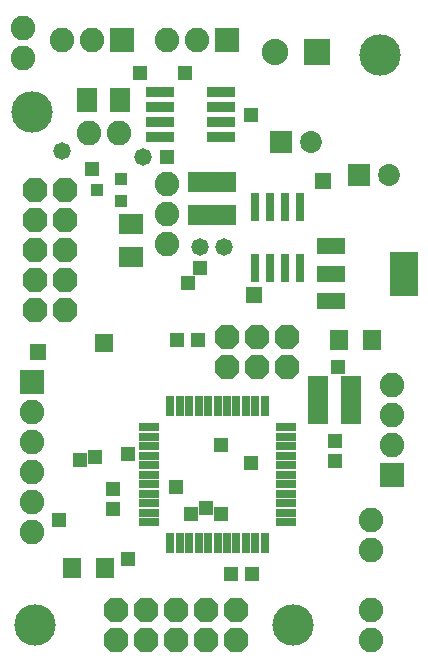
<source format=gts>
G75*
%MOIN*%
%OFA0B0*%
%FSLAX24Y24*%
%IPPOS*%
%LPD*%
%AMOC8*
5,1,8,0,0,1.08239X$1,22.5*
%
%ADD10R,0.0950X0.0320*%
%ADD11R,0.0820X0.0820*%
%ADD12C,0.0820*%
%ADD13R,0.0710X0.0789*%
%ADD14R,0.0789X0.0710*%
%ADD15C,0.0580*%
%ADD16C,0.1380*%
%ADD17OC8,0.0820*%
%ADD18R,0.0631X0.0710*%
%ADD19R,0.0880X0.0880*%
%ADD20C,0.0880*%
%ADD21R,0.0316X0.0946*%
%ADD22C,0.0730*%
%ADD23R,0.0730X0.0730*%
%ADD24R,0.0960X0.0560*%
%ADD25R,0.0946X0.1497*%
%ADD26R,0.0671X0.0277*%
%ADD27R,0.0277X0.0671*%
%ADD28R,0.0513X0.0474*%
%ADD29R,0.0474X0.0513*%
%ADD30R,0.0434X0.0395*%
%ADD31R,0.0555X0.0555*%
%ADD32R,0.0516X0.0516*%
%ADD33R,0.0476X0.0476*%
%ADD34R,0.0611X0.0611*%
D10*
X005766Y019608D03*
X005766Y020108D03*
X005766Y020608D03*
X005766Y021108D03*
X007826Y021108D03*
X007826Y020608D03*
X007826Y020108D03*
X007826Y019608D03*
D11*
X007996Y022858D03*
X004496Y022858D03*
X001496Y011458D03*
X013496Y008358D03*
D12*
X013496Y009358D03*
X013496Y010358D03*
X013496Y011358D03*
X012796Y006858D03*
X012796Y005858D03*
X012796Y003858D03*
X012796Y002858D03*
X005996Y016058D03*
X005996Y017058D03*
X005996Y018058D03*
X004396Y019758D03*
X003396Y019758D03*
X003496Y022858D03*
X002496Y022858D03*
X001196Y023258D03*
X001196Y022258D03*
X005996Y022858D03*
X006996Y022858D03*
X001496Y010458D03*
X001496Y009458D03*
X001496Y008458D03*
X001496Y007458D03*
X001496Y006458D03*
D13*
X003345Y020858D03*
X004447Y020858D03*
X011045Y011258D03*
X011045Y010458D03*
X012147Y010458D03*
X012147Y011258D03*
D14*
X007896Y017007D03*
X007896Y018109D03*
X007096Y018109D03*
X007096Y017007D03*
X004796Y016709D03*
X004796Y015607D03*
D15*
X005196Y018958D03*
X007096Y015958D03*
X007896Y015958D03*
X002496Y019158D03*
D16*
X001596Y003358D03*
X010196Y003358D03*
X001496Y020458D03*
X013096Y022358D03*
D17*
X009996Y012958D03*
X009996Y011958D03*
X008996Y011958D03*
X008996Y012958D03*
X007996Y012958D03*
X007996Y011958D03*
X008296Y003858D03*
X008296Y002858D03*
X007296Y002858D03*
X007296Y003858D03*
X006296Y003858D03*
X006296Y002858D03*
X005296Y002858D03*
X005296Y003858D03*
X004296Y003858D03*
X004296Y002858D03*
X002596Y013858D03*
X002596Y014858D03*
X002596Y015858D03*
X002596Y016858D03*
X002596Y017858D03*
X001596Y017858D03*
X001596Y016858D03*
X001596Y015858D03*
X001596Y014858D03*
X001596Y013858D03*
D18*
X002845Y005258D03*
X003947Y005258D03*
X011745Y012858D03*
X012847Y012858D03*
D19*
X010996Y022458D03*
D20*
X009618Y022458D03*
D21*
X009446Y017282D03*
X008946Y017282D03*
X009946Y017282D03*
X010446Y017282D03*
X010446Y015235D03*
X009946Y015235D03*
X009446Y015235D03*
X008946Y015235D03*
D22*
X010796Y019458D03*
X013396Y018358D03*
D23*
X012396Y018358D03*
X009796Y019458D03*
D24*
X011476Y015968D03*
X011476Y015058D03*
X011476Y014148D03*
D25*
X013916Y015058D03*
D26*
X009980Y009933D03*
X009980Y009618D03*
X009980Y009303D03*
X009980Y008988D03*
X009980Y008673D03*
X009980Y008358D03*
X009980Y008043D03*
X009980Y007728D03*
X009980Y007413D03*
X009980Y007098D03*
X009980Y006783D03*
X005413Y006783D03*
X005413Y007098D03*
X005413Y007413D03*
X005413Y007728D03*
X005413Y008043D03*
X005413Y008358D03*
X005413Y008673D03*
X005413Y008988D03*
X005413Y009303D03*
X005413Y009618D03*
X005413Y009933D03*
D27*
X006121Y010642D03*
X006436Y010642D03*
X006751Y010642D03*
X007066Y010642D03*
X007381Y010642D03*
X007696Y010642D03*
X008011Y010642D03*
X008326Y010642D03*
X008641Y010642D03*
X008956Y010642D03*
X009271Y010642D03*
X009271Y006075D03*
X008956Y006075D03*
X008641Y006075D03*
X008326Y006075D03*
X008011Y006075D03*
X007696Y006075D03*
X007381Y006075D03*
X007066Y006075D03*
X006751Y006075D03*
X006436Y006075D03*
X006121Y006075D03*
D28*
X008161Y005058D03*
X008831Y005058D03*
X007031Y012858D03*
X006361Y012858D03*
D29*
X004196Y007893D03*
X004196Y007224D03*
X011596Y008824D03*
X011596Y009493D03*
D30*
X004490Y017484D03*
X004490Y018232D03*
X003663Y017858D03*
D31*
X001696Y012458D03*
X008896Y014358D03*
X011196Y018158D03*
D32*
X011696Y011958D03*
X008796Y008758D03*
X007796Y009358D03*
X006296Y007958D03*
X007796Y007058D03*
X004696Y005558D03*
X004696Y009058D03*
X002396Y006858D03*
D33*
X003096Y008858D03*
X003596Y008958D03*
X006796Y007058D03*
X007296Y007258D03*
X006696Y014758D03*
X007096Y015258D03*
X005996Y018958D03*
X006596Y021758D03*
X005096Y021758D03*
X003496Y018558D03*
X008796Y020358D03*
D34*
X003896Y012758D03*
M02*

</source>
